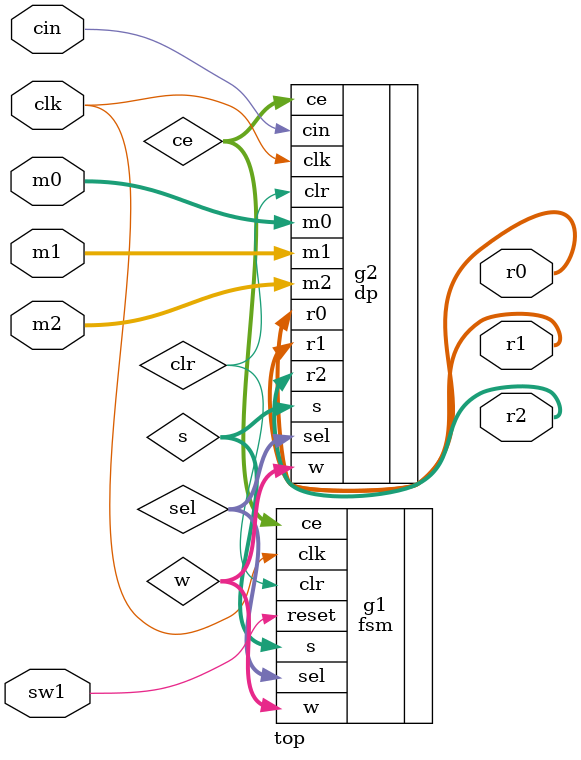
<source format=v>
`timescale 1ns / 1ps


module top(sw1, clk, m0, m1, m2, cin, r0, r1, r2);
 input clk, sw1, cin;
 input [3:0] m0, m1, m2;
 output[3:0] r0,r1,r2;
 wire clr;
 wire [1:0] sel;
 wire [2:0] w,s;
 wire [3:0] ce, r0,r1,r2;
 fsm g1(.reset(sw1), .clk(clk), .clr(clr), .w(w), .ce(ce), .sel(sel), .s(s));
dp g2(.m0(m0), .m1(m1), .m2(m2), .cin(cin), .clr(clr), .w(w), .ce(ce), .sel(sel), .s(s),.clk(clk), .r0(r0), .r1(r1), .r2(r2));
endmodule

</source>
